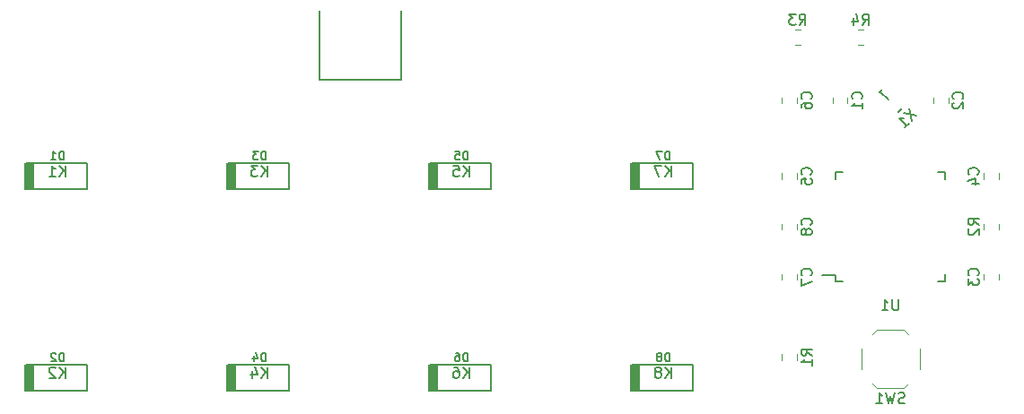
<source format=gbo>
G04 #@! TF.GenerationSoftware,KiCad,Pcbnew,(5.1.0-0)*
G04 #@! TF.CreationDate,2019-03-21T11:14:00-04:00*
G04 #@! TF.ProjectId,keeb2x4,6b656562-3278-4342-9e6b-696361645f70,rev?*
G04 #@! TF.SameCoordinates,Original*
G04 #@! TF.FileFunction,Legend,Bot*
G04 #@! TF.FilePolarity,Positive*
%FSLAX46Y46*%
G04 Gerber Fmt 4.6, Leading zero omitted, Abs format (unit mm)*
G04 Created by KiCad (PCBNEW (5.1.0-0)) date 2019-03-21 11:14:00*
%MOMM*%
%LPD*%
G04 APERTURE LIST*
%ADD10C,0.120000*%
%ADD11C,0.200000*%
%ADD12C,0.150000*%
G04 APERTURE END LIST*
D10*
X108827500Y-57411252D02*
X108827500Y-56888748D01*
X110247500Y-57411252D02*
X110247500Y-56888748D01*
X119772500Y-57411252D02*
X119772500Y-56888748D01*
X118352500Y-57411252D02*
X118352500Y-56888748D01*
X124535000Y-73557498D02*
X124535000Y-74080002D01*
X123115000Y-73557498D02*
X123115000Y-74080002D01*
X123115000Y-64032498D02*
X123115000Y-64555002D01*
X124535000Y-64032498D02*
X124535000Y-64555002D01*
X104065000Y-64555002D02*
X104065000Y-64032498D01*
X105485000Y-64555002D02*
X105485000Y-64032498D01*
X105485000Y-57411252D02*
X105485000Y-56888748D01*
X104065000Y-57411252D02*
X104065000Y-56888748D01*
X104065000Y-74080002D02*
X104065000Y-73557498D01*
X105485000Y-74080002D02*
X105485000Y-73557498D01*
X105485000Y-69317502D02*
X105485000Y-68794998D01*
X104065000Y-69317502D02*
X104065000Y-68794998D01*
D11*
X38518750Y-63093750D02*
X32718750Y-63093750D01*
X38518750Y-65493750D02*
X38518750Y-63093750D01*
X32718750Y-65493750D02*
X38518750Y-65493750D01*
X32793750Y-65493750D02*
X32793750Y-63093750D01*
X32918750Y-65493750D02*
X32918750Y-63093750D01*
X32693750Y-63093750D02*
X32693750Y-65493750D01*
X33093750Y-65493750D02*
X33093750Y-63093750D01*
X33268750Y-65493750D02*
X33268750Y-63093750D01*
X33443750Y-65493750D02*
X33443750Y-63093750D01*
X33443750Y-84543750D02*
X33443750Y-82143750D01*
X33268750Y-84543750D02*
X33268750Y-82143750D01*
X33093750Y-84543750D02*
X33093750Y-82143750D01*
X32693750Y-82143750D02*
X32693750Y-84543750D01*
X32918750Y-84543750D02*
X32918750Y-82143750D01*
X32793750Y-84543750D02*
X32793750Y-82143750D01*
X32718750Y-84543750D02*
X38518750Y-84543750D01*
X38518750Y-84543750D02*
X38518750Y-82143750D01*
X38518750Y-82143750D02*
X32718750Y-82143750D01*
X57568750Y-63093750D02*
X51768750Y-63093750D01*
X57568750Y-65493750D02*
X57568750Y-63093750D01*
X51768750Y-65493750D02*
X57568750Y-65493750D01*
X51843750Y-65493750D02*
X51843750Y-63093750D01*
X51968750Y-65493750D02*
X51968750Y-63093750D01*
X51743750Y-63093750D02*
X51743750Y-65493750D01*
X52143750Y-65493750D02*
X52143750Y-63093750D01*
X52318750Y-65493750D02*
X52318750Y-63093750D01*
X52493750Y-65493750D02*
X52493750Y-63093750D01*
X52493750Y-84543750D02*
X52493750Y-82143750D01*
X52318750Y-84543750D02*
X52318750Y-82143750D01*
X52143750Y-84543750D02*
X52143750Y-82143750D01*
X51743750Y-82143750D02*
X51743750Y-84543750D01*
X51968750Y-84543750D02*
X51968750Y-82143750D01*
X51843750Y-84543750D02*
X51843750Y-82143750D01*
X51768750Y-84543750D02*
X57568750Y-84543750D01*
X57568750Y-84543750D02*
X57568750Y-82143750D01*
X57568750Y-82143750D02*
X51768750Y-82143750D01*
X76618750Y-63093750D02*
X70818750Y-63093750D01*
X76618750Y-65493750D02*
X76618750Y-63093750D01*
X70818750Y-65493750D02*
X76618750Y-65493750D01*
X70893750Y-65493750D02*
X70893750Y-63093750D01*
X71018750Y-65493750D02*
X71018750Y-63093750D01*
X70793750Y-63093750D02*
X70793750Y-65493750D01*
X71193750Y-65493750D02*
X71193750Y-63093750D01*
X71368750Y-65493750D02*
X71368750Y-63093750D01*
X71543750Y-65493750D02*
X71543750Y-63093750D01*
X71543750Y-84543750D02*
X71543750Y-82143750D01*
X71368750Y-84543750D02*
X71368750Y-82143750D01*
X71193750Y-84543750D02*
X71193750Y-82143750D01*
X70793750Y-82143750D02*
X70793750Y-84543750D01*
X71018750Y-84543750D02*
X71018750Y-82143750D01*
X70893750Y-84543750D02*
X70893750Y-82143750D01*
X70818750Y-84543750D02*
X76618750Y-84543750D01*
X76618750Y-84543750D02*
X76618750Y-82143750D01*
X76618750Y-82143750D02*
X70818750Y-82143750D01*
X95668750Y-63093750D02*
X89868750Y-63093750D01*
X95668750Y-65493750D02*
X95668750Y-63093750D01*
X89868750Y-65493750D02*
X95668750Y-65493750D01*
X89943750Y-65493750D02*
X89943750Y-63093750D01*
X90068750Y-65493750D02*
X90068750Y-63093750D01*
X89843750Y-63093750D02*
X89843750Y-65493750D01*
X90243750Y-65493750D02*
X90243750Y-63093750D01*
X90418750Y-65493750D02*
X90418750Y-63093750D01*
X90593750Y-65493750D02*
X90593750Y-63093750D01*
X90593750Y-84543750D02*
X90593750Y-82143750D01*
X90418750Y-84543750D02*
X90418750Y-82143750D01*
X90243750Y-84543750D02*
X90243750Y-82143750D01*
X89843750Y-82143750D02*
X89843750Y-84543750D01*
X90068750Y-84543750D02*
X90068750Y-82143750D01*
X89943750Y-84543750D02*
X89943750Y-82143750D01*
X89868750Y-84543750D02*
X95668750Y-84543750D01*
X95668750Y-84543750D02*
X95668750Y-82143750D01*
X95668750Y-82143750D02*
X89868750Y-82143750D01*
X68143750Y-55168750D02*
X68143750Y-48668750D01*
X60443750Y-55168750D02*
X60443750Y-48668750D01*
X60443750Y-55168750D02*
X68143750Y-55168750D01*
D10*
X104065088Y-81653507D02*
X104065088Y-81131003D01*
X105485088Y-81653507D02*
X105485088Y-81131003D01*
X123115104Y-68795056D02*
X123115104Y-69317560D01*
X124535104Y-68795056D02*
X124535104Y-69317560D01*
X105797279Y-51906918D02*
X105274775Y-51906918D01*
X105797279Y-50486918D02*
X105274775Y-50486918D01*
X111750409Y-50486918D02*
X111227905Y-50486918D01*
X111750409Y-51906918D02*
X111227905Y-51906918D01*
X112600000Y-79257881D02*
X113050000Y-78807881D01*
X116000000Y-79257881D02*
X115550000Y-78807881D01*
X116000000Y-83857881D02*
X115550000Y-84307881D01*
X112600000Y-83857881D02*
X113050000Y-84307881D01*
X117050000Y-82557881D02*
X117050000Y-80557881D01*
X113050000Y-78807881D02*
X115550000Y-78807881D01*
X111550000Y-82557881D02*
X111550000Y-80557881D01*
X113050000Y-84307881D02*
X115550000Y-84307881D01*
D12*
X109125000Y-74231250D02*
X109125000Y-73656250D01*
X119475000Y-74231250D02*
X119475000Y-73556250D01*
X119475000Y-63881250D02*
X119475000Y-64556250D01*
X109125000Y-63881250D02*
X109125000Y-64556250D01*
X109125000Y-74231250D02*
X109800000Y-74231250D01*
X109125000Y-63881250D02*
X109800000Y-63881250D01*
X119475000Y-63881250D02*
X118800000Y-63881250D01*
X119475000Y-74231250D02*
X118800000Y-74231250D01*
X109125000Y-73656250D02*
X107850000Y-73656250D01*
X113380761Y-56372183D02*
X114087868Y-57079289D01*
X113239340Y-56372183D02*
X113522183Y-56089340D01*
X115077817Y-58210660D02*
X115360660Y-57927817D01*
X111544642Y-56983333D02*
X111592261Y-56935714D01*
X111639880Y-56792857D01*
X111639880Y-56697619D01*
X111592261Y-56554761D01*
X111497023Y-56459523D01*
X111401785Y-56411904D01*
X111211309Y-56364285D01*
X111068452Y-56364285D01*
X110877976Y-56411904D01*
X110782738Y-56459523D01*
X110687500Y-56554761D01*
X110639880Y-56697619D01*
X110639880Y-56792857D01*
X110687500Y-56935714D01*
X110735119Y-56983333D01*
X111639880Y-57935714D02*
X111639880Y-57364285D01*
X111639880Y-57650000D02*
X110639880Y-57650000D01*
X110782738Y-57554761D01*
X110877976Y-57459523D01*
X110925595Y-57364285D01*
X121069642Y-56983333D02*
X121117261Y-56935714D01*
X121164880Y-56792857D01*
X121164880Y-56697619D01*
X121117261Y-56554761D01*
X121022023Y-56459523D01*
X120926785Y-56411904D01*
X120736309Y-56364285D01*
X120593452Y-56364285D01*
X120402976Y-56411904D01*
X120307738Y-56459523D01*
X120212500Y-56554761D01*
X120164880Y-56697619D01*
X120164880Y-56792857D01*
X120212500Y-56935714D01*
X120260119Y-56983333D01*
X120260119Y-57364285D02*
X120212500Y-57411904D01*
X120164880Y-57507142D01*
X120164880Y-57745238D01*
X120212500Y-57840476D01*
X120260119Y-57888095D01*
X120355357Y-57935714D01*
X120450595Y-57935714D01*
X120593452Y-57888095D01*
X121164880Y-57316666D01*
X121164880Y-57935714D01*
X122532142Y-73652083D02*
X122579761Y-73604464D01*
X122627380Y-73461607D01*
X122627380Y-73366369D01*
X122579761Y-73223511D01*
X122484523Y-73128273D01*
X122389285Y-73080654D01*
X122198809Y-73033035D01*
X122055952Y-73033035D01*
X121865476Y-73080654D01*
X121770238Y-73128273D01*
X121675000Y-73223511D01*
X121627380Y-73366369D01*
X121627380Y-73461607D01*
X121675000Y-73604464D01*
X121722619Y-73652083D01*
X121627380Y-73985416D02*
X121627380Y-74604464D01*
X122008333Y-74271130D01*
X122008333Y-74413988D01*
X122055952Y-74509226D01*
X122103571Y-74556845D01*
X122198809Y-74604464D01*
X122436904Y-74604464D01*
X122532142Y-74556845D01*
X122579761Y-74509226D01*
X122627380Y-74413988D01*
X122627380Y-74128273D01*
X122579761Y-74033035D01*
X122532142Y-73985416D01*
X122532142Y-64127083D02*
X122579761Y-64079464D01*
X122627380Y-63936607D01*
X122627380Y-63841369D01*
X122579761Y-63698511D01*
X122484523Y-63603273D01*
X122389285Y-63555654D01*
X122198809Y-63508035D01*
X122055952Y-63508035D01*
X121865476Y-63555654D01*
X121770238Y-63603273D01*
X121675000Y-63698511D01*
X121627380Y-63841369D01*
X121627380Y-63936607D01*
X121675000Y-64079464D01*
X121722619Y-64127083D01*
X121960714Y-64984226D02*
X122627380Y-64984226D01*
X121579761Y-64746130D02*
X122294047Y-64508035D01*
X122294047Y-65127083D01*
X106782142Y-64127083D02*
X106829761Y-64079464D01*
X106877380Y-63936607D01*
X106877380Y-63841369D01*
X106829761Y-63698511D01*
X106734523Y-63603273D01*
X106639285Y-63555654D01*
X106448809Y-63508035D01*
X106305952Y-63508035D01*
X106115476Y-63555654D01*
X106020238Y-63603273D01*
X105925000Y-63698511D01*
X105877380Y-63841369D01*
X105877380Y-63936607D01*
X105925000Y-64079464D01*
X105972619Y-64127083D01*
X105877380Y-65031845D02*
X105877380Y-64555654D01*
X106353571Y-64508035D01*
X106305952Y-64555654D01*
X106258333Y-64650892D01*
X106258333Y-64888988D01*
X106305952Y-64984226D01*
X106353571Y-65031845D01*
X106448809Y-65079464D01*
X106686904Y-65079464D01*
X106782142Y-65031845D01*
X106829761Y-64984226D01*
X106877380Y-64888988D01*
X106877380Y-64650892D01*
X106829761Y-64555654D01*
X106782142Y-64508035D01*
X106782142Y-56983333D02*
X106829761Y-56935714D01*
X106877380Y-56792857D01*
X106877380Y-56697619D01*
X106829761Y-56554761D01*
X106734523Y-56459523D01*
X106639285Y-56411904D01*
X106448809Y-56364285D01*
X106305952Y-56364285D01*
X106115476Y-56411904D01*
X106020238Y-56459523D01*
X105925000Y-56554761D01*
X105877380Y-56697619D01*
X105877380Y-56792857D01*
X105925000Y-56935714D01*
X105972619Y-56983333D01*
X105877380Y-57840476D02*
X105877380Y-57650000D01*
X105925000Y-57554761D01*
X105972619Y-57507142D01*
X106115476Y-57411904D01*
X106305952Y-57364285D01*
X106686904Y-57364285D01*
X106782142Y-57411904D01*
X106829761Y-57459523D01*
X106877380Y-57554761D01*
X106877380Y-57745238D01*
X106829761Y-57840476D01*
X106782142Y-57888095D01*
X106686904Y-57935714D01*
X106448809Y-57935714D01*
X106353571Y-57888095D01*
X106305952Y-57840476D01*
X106258333Y-57745238D01*
X106258333Y-57554761D01*
X106305952Y-57459523D01*
X106353571Y-57411904D01*
X106448809Y-57364285D01*
X106782142Y-73652083D02*
X106829761Y-73604464D01*
X106877380Y-73461607D01*
X106877380Y-73366369D01*
X106829761Y-73223511D01*
X106734523Y-73128273D01*
X106639285Y-73080654D01*
X106448809Y-73033035D01*
X106305952Y-73033035D01*
X106115476Y-73080654D01*
X106020238Y-73128273D01*
X105925000Y-73223511D01*
X105877380Y-73366369D01*
X105877380Y-73461607D01*
X105925000Y-73604464D01*
X105972619Y-73652083D01*
X105877380Y-73985416D02*
X105877380Y-74652083D01*
X106877380Y-74223511D01*
X106782142Y-68889583D02*
X106829761Y-68841964D01*
X106877380Y-68699107D01*
X106877380Y-68603869D01*
X106829761Y-68461011D01*
X106734523Y-68365773D01*
X106639285Y-68318154D01*
X106448809Y-68270535D01*
X106305952Y-68270535D01*
X106115476Y-68318154D01*
X106020238Y-68365773D01*
X105925000Y-68461011D01*
X105877380Y-68603869D01*
X105877380Y-68699107D01*
X105925000Y-68841964D01*
X105972619Y-68889583D01*
X106305952Y-69461011D02*
X106258333Y-69365773D01*
X106210714Y-69318154D01*
X106115476Y-69270535D01*
X106067857Y-69270535D01*
X105972619Y-69318154D01*
X105925000Y-69365773D01*
X105877380Y-69461011D01*
X105877380Y-69651488D01*
X105925000Y-69746726D01*
X105972619Y-69794345D01*
X106067857Y-69841964D01*
X106115476Y-69841964D01*
X106210714Y-69794345D01*
X106258333Y-69746726D01*
X106305952Y-69651488D01*
X106305952Y-69461011D01*
X106353571Y-69365773D01*
X106401190Y-69318154D01*
X106496428Y-69270535D01*
X106686904Y-69270535D01*
X106782142Y-69318154D01*
X106829761Y-69365773D01*
X106877380Y-69461011D01*
X106877380Y-69651488D01*
X106829761Y-69746726D01*
X106782142Y-69794345D01*
X106686904Y-69841964D01*
X106496428Y-69841964D01*
X106401190Y-69794345D01*
X106353571Y-69746726D01*
X106305952Y-69651488D01*
X36309226Y-62730654D02*
X36309226Y-61930654D01*
X36118750Y-61930654D01*
X36004464Y-61968750D01*
X35928273Y-62044940D01*
X35890178Y-62121130D01*
X35852083Y-62273511D01*
X35852083Y-62387797D01*
X35890178Y-62540178D01*
X35928273Y-62616369D01*
X36004464Y-62692559D01*
X36118750Y-62730654D01*
X36309226Y-62730654D01*
X35090178Y-62730654D02*
X35547321Y-62730654D01*
X35318750Y-62730654D02*
X35318750Y-61930654D01*
X35394940Y-62044940D01*
X35471130Y-62121130D01*
X35547321Y-62159226D01*
X36309226Y-81780654D02*
X36309226Y-80980654D01*
X36118750Y-80980654D01*
X36004464Y-81018750D01*
X35928273Y-81094940D01*
X35890178Y-81171130D01*
X35852083Y-81323511D01*
X35852083Y-81437797D01*
X35890178Y-81590178D01*
X35928273Y-81666369D01*
X36004464Y-81742559D01*
X36118750Y-81780654D01*
X36309226Y-81780654D01*
X35547321Y-81056845D02*
X35509226Y-81018750D01*
X35433035Y-80980654D01*
X35242559Y-80980654D01*
X35166369Y-81018750D01*
X35128273Y-81056845D01*
X35090178Y-81133035D01*
X35090178Y-81209226D01*
X35128273Y-81323511D01*
X35585416Y-81780654D01*
X35090178Y-81780654D01*
X55359226Y-62730654D02*
X55359226Y-61930654D01*
X55168750Y-61930654D01*
X55054464Y-61968750D01*
X54978273Y-62044940D01*
X54940178Y-62121130D01*
X54902083Y-62273511D01*
X54902083Y-62387797D01*
X54940178Y-62540178D01*
X54978273Y-62616369D01*
X55054464Y-62692559D01*
X55168750Y-62730654D01*
X55359226Y-62730654D01*
X54635416Y-61930654D02*
X54140178Y-61930654D01*
X54406845Y-62235416D01*
X54292559Y-62235416D01*
X54216369Y-62273511D01*
X54178273Y-62311607D01*
X54140178Y-62387797D01*
X54140178Y-62578273D01*
X54178273Y-62654464D01*
X54216369Y-62692559D01*
X54292559Y-62730654D01*
X54521130Y-62730654D01*
X54597321Y-62692559D01*
X54635416Y-62654464D01*
X55359226Y-81780654D02*
X55359226Y-80980654D01*
X55168750Y-80980654D01*
X55054464Y-81018750D01*
X54978273Y-81094940D01*
X54940178Y-81171130D01*
X54902083Y-81323511D01*
X54902083Y-81437797D01*
X54940178Y-81590178D01*
X54978273Y-81666369D01*
X55054464Y-81742559D01*
X55168750Y-81780654D01*
X55359226Y-81780654D01*
X54216369Y-81247321D02*
X54216369Y-81780654D01*
X54406845Y-80942559D02*
X54597321Y-81513988D01*
X54102083Y-81513988D01*
X74409226Y-62730654D02*
X74409226Y-61930654D01*
X74218750Y-61930654D01*
X74104464Y-61968750D01*
X74028273Y-62044940D01*
X73990178Y-62121130D01*
X73952083Y-62273511D01*
X73952083Y-62387797D01*
X73990178Y-62540178D01*
X74028273Y-62616369D01*
X74104464Y-62692559D01*
X74218750Y-62730654D01*
X74409226Y-62730654D01*
X73228273Y-61930654D02*
X73609226Y-61930654D01*
X73647321Y-62311607D01*
X73609226Y-62273511D01*
X73533035Y-62235416D01*
X73342559Y-62235416D01*
X73266369Y-62273511D01*
X73228273Y-62311607D01*
X73190178Y-62387797D01*
X73190178Y-62578273D01*
X73228273Y-62654464D01*
X73266369Y-62692559D01*
X73342559Y-62730654D01*
X73533035Y-62730654D01*
X73609226Y-62692559D01*
X73647321Y-62654464D01*
X74409226Y-81780654D02*
X74409226Y-80980654D01*
X74218750Y-80980654D01*
X74104464Y-81018750D01*
X74028273Y-81094940D01*
X73990178Y-81171130D01*
X73952083Y-81323511D01*
X73952083Y-81437797D01*
X73990178Y-81590178D01*
X74028273Y-81666369D01*
X74104464Y-81742559D01*
X74218750Y-81780654D01*
X74409226Y-81780654D01*
X73266369Y-80980654D02*
X73418750Y-80980654D01*
X73494940Y-81018750D01*
X73533035Y-81056845D01*
X73609226Y-81171130D01*
X73647321Y-81323511D01*
X73647321Y-81628273D01*
X73609226Y-81704464D01*
X73571130Y-81742559D01*
X73494940Y-81780654D01*
X73342559Y-81780654D01*
X73266369Y-81742559D01*
X73228273Y-81704464D01*
X73190178Y-81628273D01*
X73190178Y-81437797D01*
X73228273Y-81361607D01*
X73266369Y-81323511D01*
X73342559Y-81285416D01*
X73494940Y-81285416D01*
X73571130Y-81323511D01*
X73609226Y-81361607D01*
X73647321Y-81437797D01*
X93459226Y-62730654D02*
X93459226Y-61930654D01*
X93268750Y-61930654D01*
X93154464Y-61968750D01*
X93078273Y-62044940D01*
X93040178Y-62121130D01*
X93002083Y-62273511D01*
X93002083Y-62387797D01*
X93040178Y-62540178D01*
X93078273Y-62616369D01*
X93154464Y-62692559D01*
X93268750Y-62730654D01*
X93459226Y-62730654D01*
X92735416Y-61930654D02*
X92202083Y-61930654D01*
X92544940Y-62730654D01*
X93459226Y-81780654D02*
X93459226Y-80980654D01*
X93268750Y-80980654D01*
X93154464Y-81018750D01*
X93078273Y-81094940D01*
X93040178Y-81171130D01*
X93002083Y-81323511D01*
X93002083Y-81437797D01*
X93040178Y-81590178D01*
X93078273Y-81666369D01*
X93154464Y-81742559D01*
X93268750Y-81780654D01*
X93459226Y-81780654D01*
X92544940Y-81323511D02*
X92621130Y-81285416D01*
X92659226Y-81247321D01*
X92697321Y-81171130D01*
X92697321Y-81133035D01*
X92659226Y-81056845D01*
X92621130Y-81018750D01*
X92544940Y-80980654D01*
X92392559Y-80980654D01*
X92316369Y-81018750D01*
X92278273Y-81056845D01*
X92240178Y-81133035D01*
X92240178Y-81171130D01*
X92278273Y-81247321D01*
X92316369Y-81285416D01*
X92392559Y-81323511D01*
X92544940Y-81323511D01*
X92621130Y-81361607D01*
X92659226Y-81399702D01*
X92697321Y-81475892D01*
X92697321Y-81628273D01*
X92659226Y-81704464D01*
X92621130Y-81742559D01*
X92544940Y-81780654D01*
X92392559Y-81780654D01*
X92316369Y-81742559D01*
X92278273Y-81704464D01*
X92240178Y-81628273D01*
X92240178Y-81475892D01*
X92278273Y-81399702D01*
X92316369Y-81361607D01*
X92392559Y-81323511D01*
D11*
X36456845Y-64301630D02*
X36456845Y-63301630D01*
X35885416Y-64301630D02*
X36313988Y-63730202D01*
X35885416Y-63301630D02*
X36456845Y-63873059D01*
X34933035Y-64301630D02*
X35504464Y-64301630D01*
X35218750Y-64301630D02*
X35218750Y-63301630D01*
X35313988Y-63444488D01*
X35409226Y-63539726D01*
X35504464Y-63587345D01*
X36456845Y-83351630D02*
X36456845Y-82351630D01*
X35885416Y-83351630D02*
X36313988Y-82780202D01*
X35885416Y-82351630D02*
X36456845Y-82923059D01*
X35504464Y-82446869D02*
X35456845Y-82399250D01*
X35361607Y-82351630D01*
X35123511Y-82351630D01*
X35028273Y-82399250D01*
X34980654Y-82446869D01*
X34933035Y-82542107D01*
X34933035Y-82637345D01*
X34980654Y-82780202D01*
X35552083Y-83351630D01*
X34933035Y-83351630D01*
X55506845Y-64301630D02*
X55506845Y-63301630D01*
X54935416Y-64301630D02*
X55363988Y-63730202D01*
X54935416Y-63301630D02*
X55506845Y-63873059D01*
X54602083Y-63301630D02*
X53983035Y-63301630D01*
X54316369Y-63682583D01*
X54173511Y-63682583D01*
X54078273Y-63730202D01*
X54030654Y-63777821D01*
X53983035Y-63873059D01*
X53983035Y-64111154D01*
X54030654Y-64206392D01*
X54078273Y-64254011D01*
X54173511Y-64301630D01*
X54459226Y-64301630D01*
X54554464Y-64254011D01*
X54602083Y-64206392D01*
X55506845Y-83351630D02*
X55506845Y-82351630D01*
X54935416Y-83351630D02*
X55363988Y-82780202D01*
X54935416Y-82351630D02*
X55506845Y-82923059D01*
X54078273Y-82684964D02*
X54078273Y-83351630D01*
X54316369Y-82304011D02*
X54554464Y-83018297D01*
X53935416Y-83018297D01*
X74556845Y-64301630D02*
X74556845Y-63301630D01*
X73985416Y-64301630D02*
X74413988Y-63730202D01*
X73985416Y-63301630D02*
X74556845Y-63873059D01*
X73080654Y-63301630D02*
X73556845Y-63301630D01*
X73604464Y-63777821D01*
X73556845Y-63730202D01*
X73461607Y-63682583D01*
X73223511Y-63682583D01*
X73128273Y-63730202D01*
X73080654Y-63777821D01*
X73033035Y-63873059D01*
X73033035Y-64111154D01*
X73080654Y-64206392D01*
X73128273Y-64254011D01*
X73223511Y-64301630D01*
X73461607Y-64301630D01*
X73556845Y-64254011D01*
X73604464Y-64206392D01*
X74556845Y-83351630D02*
X74556845Y-82351630D01*
X73985416Y-83351630D02*
X74413988Y-82780202D01*
X73985416Y-82351630D02*
X74556845Y-82923059D01*
X73128273Y-82351630D02*
X73318750Y-82351630D01*
X73413988Y-82399250D01*
X73461607Y-82446869D01*
X73556845Y-82589726D01*
X73604464Y-82780202D01*
X73604464Y-83161154D01*
X73556845Y-83256392D01*
X73509226Y-83304011D01*
X73413988Y-83351630D01*
X73223511Y-83351630D01*
X73128273Y-83304011D01*
X73080654Y-83256392D01*
X73033035Y-83161154D01*
X73033035Y-82923059D01*
X73080654Y-82827821D01*
X73128273Y-82780202D01*
X73223511Y-82732583D01*
X73413988Y-82732583D01*
X73509226Y-82780202D01*
X73556845Y-82827821D01*
X73604464Y-82923059D01*
X93606845Y-64301630D02*
X93606845Y-63301630D01*
X93035416Y-64301630D02*
X93463988Y-63730202D01*
X93035416Y-63301630D02*
X93606845Y-63873059D01*
X92702083Y-63301630D02*
X92035416Y-63301630D01*
X92463988Y-64301630D01*
X93606845Y-83351630D02*
X93606845Y-82351630D01*
X93035416Y-83351630D02*
X93463988Y-82780202D01*
X93035416Y-82351630D02*
X93606845Y-82923059D01*
X92463988Y-82780202D02*
X92559226Y-82732583D01*
X92606845Y-82684964D01*
X92654464Y-82589726D01*
X92654464Y-82542107D01*
X92606845Y-82446869D01*
X92559226Y-82399250D01*
X92463988Y-82351630D01*
X92273511Y-82351630D01*
X92178273Y-82399250D01*
X92130654Y-82446869D01*
X92083035Y-82542107D01*
X92083035Y-82589726D01*
X92130654Y-82684964D01*
X92178273Y-82732583D01*
X92273511Y-82780202D01*
X92463988Y-82780202D01*
X92559226Y-82827821D01*
X92606845Y-82875440D01*
X92654464Y-82970678D01*
X92654464Y-83161154D01*
X92606845Y-83256392D01*
X92559226Y-83304011D01*
X92463988Y-83351630D01*
X92273511Y-83351630D01*
X92178273Y-83304011D01*
X92130654Y-83256392D01*
X92083035Y-83161154D01*
X92083035Y-82970678D01*
X92130654Y-82875440D01*
X92178273Y-82827821D01*
X92273511Y-82780202D01*
D12*
X106877468Y-81225588D02*
X106401278Y-80892255D01*
X106877468Y-80654159D02*
X105877468Y-80654159D01*
X105877468Y-81035112D01*
X105925088Y-81130350D01*
X105972707Y-81177969D01*
X106067945Y-81225588D01*
X106210802Y-81225588D01*
X106306040Y-81177969D01*
X106353659Y-81130350D01*
X106401278Y-81035112D01*
X106401278Y-80654159D01*
X106877468Y-82177969D02*
X106877468Y-81606540D01*
X106877468Y-81892255D02*
X105877468Y-81892255D01*
X106020326Y-81797016D01*
X106115564Y-81701778D01*
X106163183Y-81606540D01*
X122627484Y-68889641D02*
X122151294Y-68556308D01*
X122627484Y-68318212D02*
X121627484Y-68318212D01*
X121627484Y-68699165D01*
X121675104Y-68794403D01*
X121722723Y-68842022D01*
X121817961Y-68889641D01*
X121960818Y-68889641D01*
X122056056Y-68842022D01*
X122103675Y-68794403D01*
X122151294Y-68699165D01*
X122151294Y-68318212D01*
X121722723Y-69270593D02*
X121675104Y-69318212D01*
X121627484Y-69413450D01*
X121627484Y-69651546D01*
X121675104Y-69746784D01*
X121722723Y-69794403D01*
X121817961Y-69842022D01*
X121913199Y-69842022D01*
X122056056Y-69794403D01*
X122627484Y-69222974D01*
X122627484Y-69842022D01*
X105702693Y-49999298D02*
X106036027Y-49523108D01*
X106274122Y-49999298D02*
X106274122Y-48999298D01*
X105893169Y-48999298D01*
X105797931Y-49046918D01*
X105750312Y-49094537D01*
X105702693Y-49189775D01*
X105702693Y-49332632D01*
X105750312Y-49427870D01*
X105797931Y-49475489D01*
X105893169Y-49523108D01*
X106274122Y-49523108D01*
X105369360Y-48999298D02*
X104750312Y-48999298D01*
X105083646Y-49380251D01*
X104940788Y-49380251D01*
X104845550Y-49427870D01*
X104797931Y-49475489D01*
X104750312Y-49570727D01*
X104750312Y-49808822D01*
X104797931Y-49904060D01*
X104845550Y-49951679D01*
X104940788Y-49999298D01*
X105226503Y-49999298D01*
X105321741Y-49951679D01*
X105369360Y-49904060D01*
X111655823Y-49999298D02*
X111989157Y-49523108D01*
X112227252Y-49999298D02*
X112227252Y-48999298D01*
X111846299Y-48999298D01*
X111751061Y-49046918D01*
X111703442Y-49094537D01*
X111655823Y-49189775D01*
X111655823Y-49332632D01*
X111703442Y-49427870D01*
X111751061Y-49475489D01*
X111846299Y-49523108D01*
X112227252Y-49523108D01*
X110798680Y-49332632D02*
X110798680Y-49999298D01*
X111036776Y-48951679D02*
X111274871Y-49665965D01*
X110655823Y-49665965D01*
X115633333Y-85712642D02*
X115490476Y-85760261D01*
X115252380Y-85760261D01*
X115157142Y-85712642D01*
X115109523Y-85665023D01*
X115061904Y-85569785D01*
X115061904Y-85474547D01*
X115109523Y-85379309D01*
X115157142Y-85331690D01*
X115252380Y-85284071D01*
X115442857Y-85236452D01*
X115538095Y-85188833D01*
X115585714Y-85141214D01*
X115633333Y-85045976D01*
X115633333Y-84950738D01*
X115585714Y-84855500D01*
X115538095Y-84807881D01*
X115442857Y-84760261D01*
X115204761Y-84760261D01*
X115061904Y-84807881D01*
X114728571Y-84760261D02*
X114490476Y-85760261D01*
X114300000Y-85045976D01*
X114109523Y-85760261D01*
X113871428Y-84760261D01*
X112966666Y-85760261D02*
X113538095Y-85760261D01*
X113252380Y-85760261D02*
X113252380Y-84760261D01*
X113347619Y-84903119D01*
X113442857Y-84998357D01*
X113538095Y-85045976D01*
X115061904Y-75958630D02*
X115061904Y-76768154D01*
X115014285Y-76863392D01*
X114966666Y-76911011D01*
X114871428Y-76958630D01*
X114680952Y-76958630D01*
X114585714Y-76911011D01*
X114538095Y-76863392D01*
X114490476Y-76768154D01*
X114490476Y-75958630D01*
X113490476Y-76958630D02*
X114061904Y-76958630D01*
X113776190Y-76958630D02*
X113776190Y-75958630D01*
X113871428Y-76101488D01*
X113966666Y-76196726D01*
X114061904Y-76244345D01*
X116040829Y-57887411D02*
X116276531Y-59065922D01*
X115569425Y-58358815D02*
X116747936Y-58594517D01*
X115636768Y-59705685D02*
X116040829Y-59301624D01*
X115838799Y-59503655D02*
X115131692Y-58796548D01*
X115300051Y-58830220D01*
X115434738Y-58830220D01*
X115535753Y-58796548D01*
M02*

</source>
